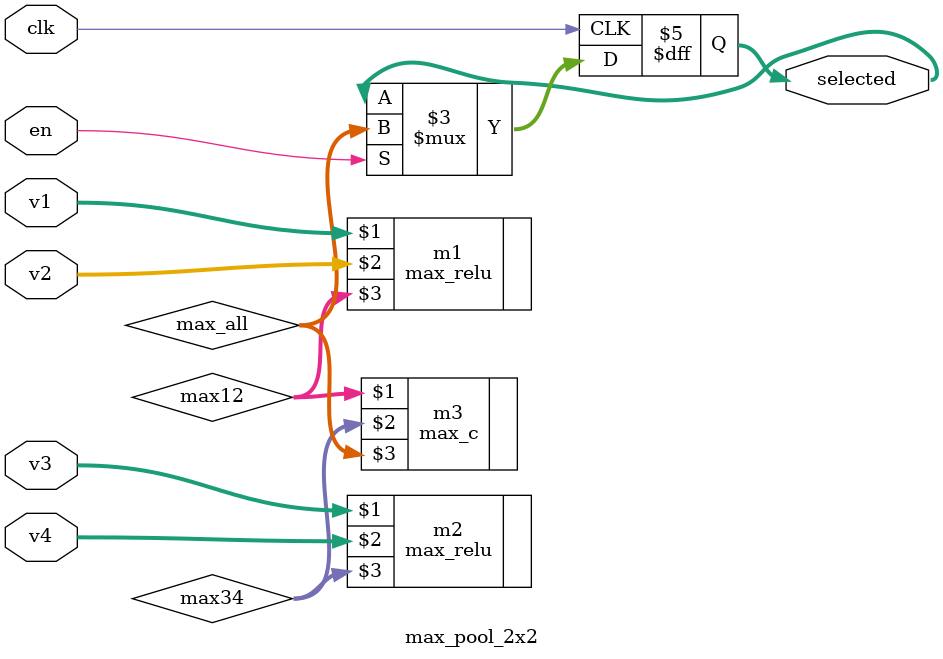
<source format=v>
module max_pool_2x2 (
    input [31:0] v1,
    input [31:0] v2,
    input [31:0] v3,
    input [31:0] v4,
    input en, 
    input clk,
    output reg [31:0]selected ); // should we implement as reg?

    wire [31:0] max12;
    wire [31:0] max34;
    wire [31:0] max_all;

    max_relu m1 (v1, v2, max12);
    max_relu m2 (v3, v4, max34);
    max_c m3 (max12, max34, max_all); 

    always @ (posedge clk)
    begin
        if (en) begin
            selected = max_all;
        end
    end
endmodule

</source>
